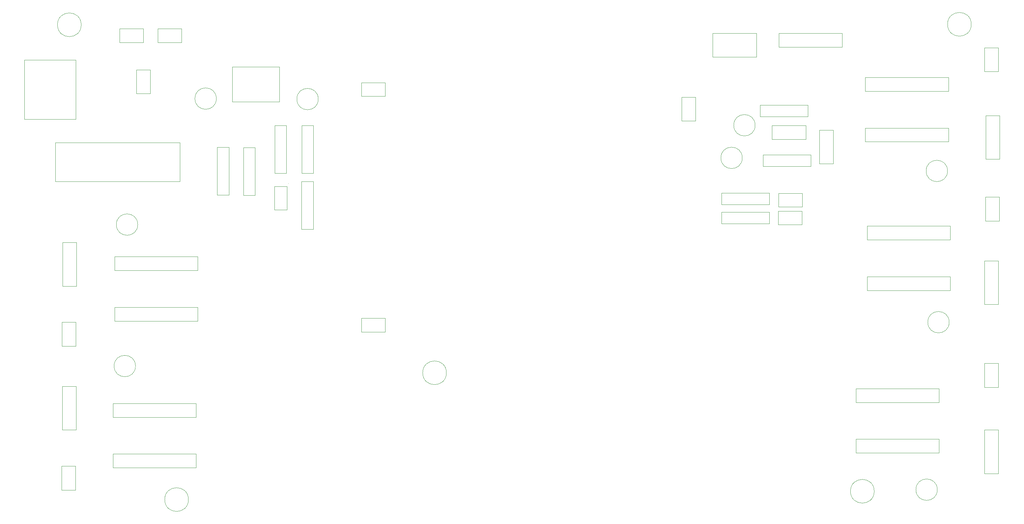
<source format=gbr>
%TF.GenerationSoftware,KiCad,Pcbnew,6.0.2+dfsg-1*%
%TF.CreationDate,2023-03-15T19:16:12+01:00*%
%TF.ProjectId,main_PCB,6d61696e-5f50-4434-922e-6b696361645f,rev?*%
%TF.SameCoordinates,Original*%
%TF.FileFunction,Other,User*%
%FSLAX46Y46*%
G04 Gerber Fmt 4.6, Leading zero omitted, Abs format (unit mm)*
G04 Created by KiCad (PCBNEW 6.0.2+dfsg-1) date 2023-03-15 19:16:12*
%MOMM*%
%LPD*%
G01*
G04 APERTURE LIST*
%ADD10C,0.050000*%
G04 APERTURE END LIST*
D10*
%TO.C,C7*%
X255779400Y-67030600D02*
G75*
G03*
X255779400Y-67030600I-2750000J0D01*
G01*
%TO.C,R8*%
X219871000Y-50062000D02*
X207611000Y-50062000D01*
X207611000Y-50062000D02*
X207611000Y-53062000D01*
X207611000Y-53062000D02*
X219871000Y-53062000D01*
X219871000Y-53062000D02*
X219871000Y-50062000D01*
%TO.C,J25*%
X234653200Y-42985000D02*
X256003200Y-42985000D01*
X256003200Y-42985000D02*
X256003200Y-46535000D01*
X256003200Y-46535000D02*
X234653200Y-46535000D01*
X234653200Y-46535000D02*
X234653200Y-42985000D01*
%TO.C,JP3*%
X31695800Y-149053800D02*
X31695800Y-142903800D01*
X28095800Y-149053800D02*
X31695800Y-149053800D01*
X31695800Y-142903800D02*
X28095800Y-142903800D01*
X28095800Y-142903800D02*
X28095800Y-149053800D01*
%TO.C,H1*%
X33149000Y-29464000D02*
G75*
G03*
X33149000Y-29464000I-3050000J0D01*
G01*
%TO.C,J16*%
X28381226Y-85432374D02*
X31931226Y-85432374D01*
X28381226Y-96632374D02*
X28381226Y-85432374D01*
X31931226Y-85432374D02*
X31931226Y-96632374D01*
X31931226Y-96632374D02*
X28381226Y-96632374D01*
%TO.C,H4*%
X236933200Y-149377400D02*
G75*
G03*
X236933200Y-149377400I-3050000J0D01*
G01*
%TO.C,J19*%
X195451000Y-37701000D02*
X195451000Y-31601000D01*
X206651000Y-31601000D02*
X206651000Y-37701000D01*
X195451000Y-31601000D02*
X206651000Y-31601000D01*
X206651000Y-37701000D02*
X195451000Y-37701000D01*
%TO.C,D2*%
X86334600Y-70231000D02*
X86334600Y-70231000D01*
X86334600Y-70231000D02*
X86334600Y-70231000D01*
X86334600Y-70231000D02*
X86334600Y-70231000D01*
X86334600Y-70231000D02*
X86334600Y-70231000D01*
X82788400Y-76996800D02*
X85988400Y-76996800D01*
X85988400Y-76996800D02*
X85988400Y-70996800D01*
X85988400Y-70996800D02*
X82788400Y-70996800D01*
X82788400Y-70996800D02*
X82788400Y-76996800D01*
%TO.C,R1*%
X74852400Y-61002200D02*
X74852400Y-73262200D01*
X77852400Y-73262200D02*
X77852400Y-61002200D01*
X77852400Y-61002200D02*
X74852400Y-61002200D01*
X74852400Y-73262200D02*
X77852400Y-73262200D01*
%TO.C,J23*%
X226438000Y-56508000D02*
X226438000Y-65158000D01*
X226438000Y-65158000D02*
X222888000Y-65158000D01*
X222888000Y-56508000D02*
X226438000Y-56508000D01*
X222888000Y-65158000D02*
X222888000Y-56508000D01*
%TO.C,C4*%
X253149113Y-148971000D02*
G75*
G03*
X253149113Y-148971000I-2750000J0D01*
G01*
%TO.C,J18*%
X265230200Y-144807400D02*
X265230200Y-133607400D01*
X265230200Y-133607400D02*
X268780200Y-133607400D01*
X268780200Y-144807400D02*
X265230200Y-144807400D01*
X268780200Y-133607400D02*
X268780200Y-144807400D01*
%TO.C,J24*%
X47374000Y-41019000D02*
X50924000Y-41019000D01*
X50924000Y-41019000D02*
X50924000Y-47119000D01*
X50924000Y-47119000D02*
X47374000Y-47119000D01*
X47374000Y-47119000D02*
X47374000Y-41019000D01*
%TO.C,H3*%
X60708000Y-151511000D02*
G75*
G03*
X60708000Y-151511000I-3050000J0D01*
G01*
%TO.C,H5*%
X127002000Y-118922800D02*
G75*
G03*
X127002000Y-118922800I-3050000J0D01*
G01*
%TO.C,D4*%
X218462000Y-72749000D02*
X218462000Y-76299000D01*
X212362000Y-76299000D02*
X212362000Y-72749000D01*
X218462000Y-76299000D02*
X212362000Y-76299000D01*
X212362000Y-72749000D02*
X218462000Y-72749000D01*
%TO.C,U1*%
X84071000Y-40263100D02*
X71961000Y-40263100D01*
X71961000Y-49263100D02*
X84071000Y-49263100D01*
X71961000Y-40263100D02*
X71961000Y-49263100D01*
X84071000Y-49263100D02*
X84071000Y-40263100D01*
%TO.C,J22*%
X219336000Y-58925000D02*
X210686000Y-58925000D01*
X210686000Y-58925000D02*
X210686000Y-55375000D01*
X219336000Y-55375000D02*
X219336000Y-58925000D01*
X210686000Y-55375000D02*
X219336000Y-55375000D01*
%TO.C,J11*%
X41278400Y-139774000D02*
X62628400Y-139774000D01*
X62628400Y-143324000D02*
X41278400Y-143324000D01*
X62628400Y-139774000D02*
X62628400Y-143324000D01*
X41278400Y-143324000D02*
X41278400Y-139774000D01*
%TO.C,J28*%
X49151000Y-34033000D02*
X43051000Y-34033000D01*
X43051000Y-34033000D02*
X43051000Y-30483000D01*
X43051000Y-30483000D02*
X49151000Y-30483000D01*
X49151000Y-30483000D02*
X49151000Y-34033000D01*
%TO.C,J13*%
X253590600Y-126530200D02*
X232240600Y-126530200D01*
X253590600Y-122980200D02*
X253590600Y-126530200D01*
X232240600Y-122980200D02*
X253590600Y-122980200D01*
X232240600Y-126530200D02*
X232240600Y-122980200D01*
%TO.C,R5*%
X85878800Y-67598000D02*
X85878800Y-55338000D01*
X82878800Y-67598000D02*
X85878800Y-67598000D01*
X85878800Y-55338000D02*
X82878800Y-55338000D01*
X82878800Y-55338000D02*
X82878800Y-67598000D01*
%TO.C,J27*%
X269186200Y-52769200D02*
X269186200Y-63969200D01*
X269186200Y-63969200D02*
X265636200Y-63969200D01*
X265636200Y-52769200D02*
X269186200Y-52769200D01*
X265636200Y-63969200D02*
X265636200Y-52769200D01*
%TO.C,C9*%
X203029000Y-63671888D02*
G75*
G03*
X203029000Y-63671888I-2750000J0D01*
G01*
%TO.C,JP5*%
X268830200Y-41500200D02*
X268830200Y-35350200D01*
X265230200Y-35350200D02*
X265230200Y-41500200D01*
X268830200Y-35350200D02*
X265230200Y-35350200D01*
X265230200Y-41500200D02*
X268830200Y-41500200D01*
%TO.C,JP2*%
X31772000Y-105896000D02*
X28172000Y-105896000D01*
X28172000Y-105896000D02*
X28172000Y-112046000D01*
X28172000Y-112046000D02*
X31772000Y-112046000D01*
X31772000Y-112046000D02*
X31772000Y-105896000D01*
%TO.C,R9*%
X220633000Y-65889000D02*
X220633000Y-62889000D01*
X208373000Y-62889000D02*
X208373000Y-65889000D01*
X220633000Y-62889000D02*
X208373000Y-62889000D01*
X208373000Y-65889000D02*
X220633000Y-65889000D01*
%TO.C,R6*%
X197705000Y-80621000D02*
X209965000Y-80621000D01*
X209965000Y-80621000D02*
X209965000Y-77621000D01*
X197705000Y-77621000D02*
X197705000Y-80621000D01*
X209965000Y-77621000D02*
X197705000Y-77621000D01*
%TO.C,F1*%
X26545000Y-59770000D02*
X58545000Y-59770000D01*
X58545000Y-59770000D02*
X58545000Y-69770000D01*
X58545000Y-69770000D02*
X26545000Y-69770000D01*
X26545000Y-69770000D02*
X26545000Y-59770000D01*
%TO.C,J4*%
X105150200Y-104843800D02*
X111250200Y-104843800D01*
X105150200Y-108393800D02*
X105150200Y-104843800D01*
X111250200Y-104843800D02*
X111250200Y-108393800D01*
X111250200Y-108393800D02*
X105150200Y-108393800D01*
%TO.C,R3*%
X92813000Y-67598000D02*
X92813000Y-55338000D01*
X89813000Y-67598000D02*
X92813000Y-67598000D01*
X92813000Y-55338000D02*
X89813000Y-55338000D01*
X89813000Y-55338000D02*
X89813000Y-67598000D01*
%TO.C,J10*%
X41731626Y-89058974D02*
X63081626Y-89058974D01*
X63081626Y-89058974D02*
X63081626Y-92608974D01*
X63081626Y-92608974D02*
X41731626Y-92608974D01*
X41731626Y-92608974D02*
X41731626Y-89058974D01*
%TO.C,R2*%
X71096000Y-60926000D02*
X68096000Y-60926000D01*
X71096000Y-73186000D02*
X71096000Y-60926000D01*
X68096000Y-60926000D02*
X68096000Y-73186000D01*
X68096000Y-73186000D02*
X71096000Y-73186000D01*
%TO.C,J15*%
X268805600Y-101348000D02*
X265255600Y-101348000D01*
X265255600Y-101348000D02*
X265255600Y-90148000D01*
X265255600Y-90148000D02*
X268805600Y-90148000D01*
X268805600Y-90148000D02*
X268805600Y-101348000D01*
%TO.C,J29*%
X52850000Y-34008000D02*
X52850000Y-30458000D01*
X52850000Y-30458000D02*
X58950000Y-30458000D01*
X58950000Y-30458000D02*
X58950000Y-34008000D01*
X58950000Y-34008000D02*
X52850000Y-34008000D01*
%TO.C,J20*%
X228724000Y-31626000D02*
X228724000Y-35176000D01*
X212474000Y-31626000D02*
X228724000Y-31626000D01*
X228724000Y-35176000D02*
X212474000Y-35176000D01*
X212474000Y-35176000D02*
X212474000Y-31626000D01*
%TO.C,J17*%
X28324000Y-122390600D02*
X31874000Y-122390600D01*
X31874000Y-133590600D02*
X28324000Y-133590600D01*
X31874000Y-122390600D02*
X31874000Y-133590600D01*
X28324000Y-133590600D02*
X28324000Y-122390600D01*
%TO.C,J12*%
X41278400Y-126774000D02*
X62628400Y-126774000D01*
X62628400Y-126774000D02*
X62628400Y-130324000D01*
X62628400Y-130324000D02*
X41278400Y-130324000D01*
X41278400Y-130324000D02*
X41278400Y-126774000D01*
%TO.C,R4*%
X92762200Y-69739800D02*
X89762200Y-69739800D01*
X92762200Y-81999800D02*
X92762200Y-69739800D01*
X89762200Y-81999800D02*
X92762200Y-81999800D01*
X89762200Y-69739800D02*
X89762200Y-81999800D01*
%TO.C,J14*%
X232240600Y-139530200D02*
X232240600Y-135980200D01*
X253590600Y-135980200D02*
X253590600Y-139530200D01*
X253590600Y-139530200D02*
X232240600Y-139530200D01*
X232240600Y-135980200D02*
X253590600Y-135980200D01*
%TO.C,C2*%
X47677200Y-80821574D02*
G75*
G03*
X47677200Y-80821574I-2750000J0D01*
G01*
%TO.C,H2*%
X261876000Y-29337000D02*
G75*
G03*
X261876000Y-29337000I-3050000J0D01*
G01*
%TO.C,C1*%
X256197113Y-105918000D02*
G75*
G03*
X256197113Y-105918000I-2750000J0D01*
G01*
%TO.C,JP4*%
X268856000Y-122622800D02*
X268856000Y-116472800D01*
X265256000Y-122622800D02*
X268856000Y-122622800D01*
X268856000Y-116472800D02*
X265256000Y-116472800D01*
X265256000Y-116472800D02*
X265256000Y-122622800D01*
%TO.C,J26*%
X256003200Y-55985000D02*
X256003200Y-59535000D01*
X234653200Y-59535000D02*
X234653200Y-55985000D01*
X256003200Y-59535000D02*
X234653200Y-59535000D01*
X234653200Y-55985000D02*
X256003200Y-55985000D01*
%TO.C,J5*%
X187429200Y-48074800D02*
X190979200Y-48074800D01*
X187429200Y-54174800D02*
X187429200Y-48074800D01*
X190979200Y-54174800D02*
X187429200Y-54174800D01*
X190979200Y-48074800D02*
X190979200Y-54174800D01*
%TO.C,D3*%
X218335000Y-80871000D02*
X212235000Y-80871000D01*
X212235000Y-77321000D02*
X218335000Y-77321000D01*
X212235000Y-80871000D02*
X212235000Y-77321000D01*
X218335000Y-77321000D02*
X218335000Y-80871000D01*
%TO.C,JP1*%
X269084200Y-79859200D02*
X269084200Y-73709200D01*
X265484200Y-73709200D02*
X265484200Y-79859200D01*
X269084200Y-73709200D02*
X265484200Y-73709200D01*
X265484200Y-79859200D02*
X269084200Y-79859200D01*
%TO.C,J21*%
X31732000Y-38480000D02*
X18572000Y-38480000D01*
X18572000Y-38480000D02*
X18572000Y-53720000D01*
X18572000Y-53720000D02*
X31732000Y-53720000D01*
X31732000Y-53720000D02*
X31732000Y-38480000D01*
%TO.C,J3*%
X111250200Y-47850200D02*
X105150200Y-47850200D01*
X105150200Y-47850200D02*
X105150200Y-44300200D01*
X105150200Y-44300200D02*
X111250200Y-44300200D01*
X111250200Y-44300200D02*
X111250200Y-47850200D01*
%TO.C,J8*%
X256435000Y-97736600D02*
X235085000Y-97736600D01*
X256435000Y-94186600D02*
X256435000Y-97736600D01*
X235085000Y-97736600D02*
X235085000Y-94186600D01*
X235085000Y-94186600D02*
X256435000Y-94186600D01*
%TO.C,C3*%
X47102888Y-117190400D02*
G75*
G03*
X47102888Y-117190400I-2750000J0D01*
G01*
%TO.C,J9*%
X63081626Y-102058974D02*
X63081626Y-105608974D01*
X41731626Y-105608974D02*
X41731626Y-102058974D01*
X63081626Y-105608974D02*
X41731626Y-105608974D01*
X41731626Y-102058974D02*
X63081626Y-102058974D01*
%TO.C,C6*%
X94063000Y-48558888D02*
G75*
G03*
X94063000Y-48558888I-2750000J0D01*
G01*
%TO.C,R7*%
X209965000Y-72668000D02*
X197705000Y-72668000D01*
X197705000Y-75668000D02*
X209965000Y-75668000D01*
X197705000Y-72668000D02*
X197705000Y-75668000D01*
X209965000Y-75668000D02*
X209965000Y-72668000D01*
%TO.C,C5*%
X67875600Y-48431888D02*
G75*
G03*
X67875600Y-48431888I-2750000J0D01*
G01*
%TO.C,J7*%
X235085000Y-84736600D02*
X235085000Y-81186600D01*
X256435000Y-84736600D02*
X235085000Y-84736600D01*
X256435000Y-81186600D02*
X256435000Y-84736600D01*
X235085000Y-81186600D02*
X256435000Y-81186600D01*
%TO.C,C8*%
X206331000Y-55289888D02*
G75*
G03*
X206331000Y-55289888I-2750000J0D01*
G01*
%TD*%
M02*

</source>
